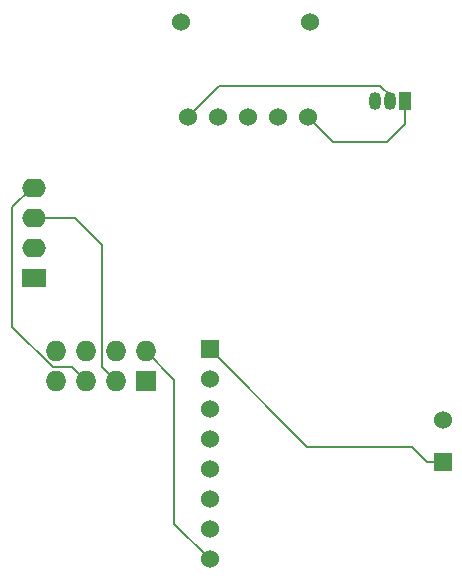
<source format=gbr>
%TF.GenerationSoftware,KiCad,Pcbnew,8.0.8-unknown-202501290020~8b811aa383~ubuntu24.04.1*%
%TF.CreationDate,2025-03-07T17:37:34-05:00*%
%TF.ProjectId,Acceleration Logger,41636365-6c65-4726-9174-696f6e204c6f,rev?*%
%TF.SameCoordinates,Original*%
%TF.FileFunction,Copper,L2,Bot*%
%TF.FilePolarity,Positive*%
%FSLAX46Y46*%
G04 Gerber Fmt 4.6, Leading zero omitted, Abs format (unit mm)*
G04 Created by KiCad (PCBNEW 8.0.8-unknown-202501290020~8b811aa383~ubuntu24.04.1) date 2025-03-07 17:37:34*
%MOMM*%
%LPD*%
G01*
G04 APERTURE LIST*
%TA.AperFunction,ComponentPad*%
%ADD10C,1.524000*%
%TD*%
%TA.AperFunction,ComponentPad*%
%ADD11R,2.000000X1.600000*%
%TD*%
%TA.AperFunction,ComponentPad*%
%ADD12O,2.000000X1.600000*%
%TD*%
%TA.AperFunction,ComponentPad*%
%ADD13R,1.524000X1.524000*%
%TD*%
%TA.AperFunction,ComponentPad*%
%ADD14R,1.727200X1.727200*%
%TD*%
%TA.AperFunction,ComponentPad*%
%ADD15O,1.727200X1.727200*%
%TD*%
%TA.AperFunction,ComponentPad*%
%ADD16R,1.050000X1.500000*%
%TD*%
%TA.AperFunction,ComponentPad*%
%ADD17O,1.050000X1.500000*%
%TD*%
%TA.AperFunction,Conductor*%
%ADD18C,0.200000*%
%TD*%
G04 APERTURE END LIST*
D10*
%TO.P,J2,1,VBus*%
%TO.N,/+5V*%
X136430000Y-82970000D03*
%TO.P,J2,2,D-*%
%TO.N,unconnected-(J2-D--Pad2)*%
X138970000Y-82970000D03*
%TO.P,J2,3,D+*%
%TO.N,unconnected-(J2-D+-Pad3)*%
X141510000Y-82970000D03*
%TO.P,J2,4,ID*%
%TO.N,unconnected-(J2-ID-Pad4)*%
X144050000Y-82970000D03*
%TO.P,J2,5,Gnd*%
%TO.N,Earth*%
X146590000Y-82970000D03*
%TO.P,J2,6*%
%TO.N,N/C*%
X146830000Y-74970000D03*
%TO.P,J2,7*%
X135830000Y-74970000D03*
%TD*%
D11*
%TO.P,DISP1,1,Gnd*%
%TO.N,Earth*%
X123397500Y-96620000D03*
D12*
%TO.P,DISP1,2,Vcc*%
%TO.N,+3V3*%
X123397500Y-94080000D03*
%TO.P,DISP1,3,SCL*%
%TO.N,Net-(DISP1-SCL)*%
X123397500Y-91540000D03*
%TO.P,DISP1,4,SDA*%
%TO.N,Net-(DISP1-SDA)*%
X123397500Y-89000000D03*
%TD*%
D13*
%TO.P,U2,1,Vcc*%
%TO.N,+3V3*%
X138290000Y-102645000D03*
D10*
%TO.P,U2,2,Gnd*%
%TO.N,Earth*%
X138290000Y-105185000D03*
%TO.P,U2,3,SCL*%
%TO.N,Net-(DISP1-SCL)*%
X138290000Y-107725000D03*
%TO.P,U2,4,SDA*%
%TO.N,Net-(DISP1-SDA)*%
X138290000Y-110265000D03*
%TO.P,U2,5,XDA*%
%TO.N,unconnected-(U2-XDA-Pad5)*%
X138290000Y-112805000D03*
%TO.P,U2,6,XCL*%
%TO.N,unconnected-(U2-XCL-Pad6)*%
X138290000Y-115345000D03*
%TO.P,U2,7,AD0*%
%TO.N,unconnected-(U2-AD0-Pad7)*%
X138290000Y-117885000D03*
%TO.P,U2,8,INT*%
%TO.N,Net-(U1-U0TXD{slash}GPIO1)*%
X138290000Y-120425000D03*
%TD*%
D14*
%TO.P,U1,1,GND*%
%TO.N,Earth*%
X132890000Y-105340000D03*
D15*
%TO.P,U1,2,U0TXD/GPIO1*%
%TO.N,Net-(U1-U0TXD{slash}GPIO1)*%
X132890000Y-102800000D03*
%TO.P,U1,3,U1TXD/GPIO2*%
%TO.N,Net-(DISP1-SCL)*%
X130350000Y-105340000D03*
%TO.P,U1,4,CH_EN/CH_PD*%
%TO.N,unconnected-(U1-CH_EN{slash}CH_PD-Pad4)*%
X130350000Y-102800000D03*
%TO.P,U1,5,GPIO0*%
%TO.N,Net-(DISP1-SDA)*%
X127810000Y-105340000D03*
%TO.P,U1,6,RST*%
%TO.N,unconnected-(U1-RST-Pad6)*%
X127810000Y-102800000D03*
%TO.P,U1,7,GPIO3/U0RXD*%
%TO.N,Net-(D1-A)*%
X125270000Y-105340000D03*
%TO.P,U1,8,VCC*%
%TO.N,+3V3*%
X125270000Y-102800000D03*
%TD*%
D16*
%TO.P,U3,1,GND*%
%TO.N,Earth*%
X154810000Y-81620000D03*
D17*
%TO.P,U3,2,VI*%
%TO.N,/+5V*%
X153540000Y-81620000D03*
%TO.P,U3,3,VO*%
%TO.N,+3V3*%
X152270000Y-81620000D03*
%TD*%
D13*
%TO.P,J1,1,Pin_1*%
%TO.N,+3V3*%
X158020000Y-112180000D03*
D10*
%TO.P,J1,2,Pin_2*%
%TO.N,Net-(J1-Pin_2)*%
X158020000Y-108680000D03*
%TD*%
D18*
%TO.N,Earth*%
X146590000Y-82970000D02*
X148710000Y-85090000D01*
X148710000Y-85090000D02*
X153310000Y-85090000D01*
X153310000Y-85090000D02*
X154810000Y-83590000D01*
X154810000Y-83590000D02*
X154810000Y-81620000D01*
%TO.N,/+5V*%
X136430000Y-82970000D02*
X139070356Y-80329644D01*
X139070356Y-80329644D02*
X152749644Y-80329644D01*
X152749644Y-80329644D02*
X153540000Y-81120000D01*
X153540000Y-81120000D02*
X153540000Y-81620000D01*
%TO.N,Net-(DISP1-SCL)*%
X129186400Y-93836400D02*
X126890000Y-91540000D01*
X126890000Y-91540000D02*
X123397500Y-91540000D01*
X130350000Y-105340000D02*
X129186400Y-104176400D01*
X129186400Y-104176400D02*
X129186400Y-93836400D01*
%TO.N,Net-(DISP1-SDA)*%
X121580000Y-90630000D02*
X121590000Y-90630000D01*
X121580000Y-100755579D02*
X121580000Y-90630000D01*
X127810000Y-105340000D02*
X126646400Y-104176400D01*
X123220000Y-89000000D02*
X123397500Y-89000000D01*
X121590000Y-90630000D02*
X123220000Y-89000000D01*
X126646400Y-104176400D02*
X125000821Y-104176400D01*
X125000821Y-104176400D02*
X121580000Y-100755579D01*
%TO.N,+3V3*%
X138290000Y-102645000D02*
X146555000Y-110910000D01*
X146555000Y-110910000D02*
X155460000Y-110910000D01*
X155460000Y-110910000D02*
X156730000Y-112180000D01*
X156730000Y-112180000D02*
X158020000Y-112180000D01*
%TO.N,Net-(U1-U0TXD{slash}GPIO1)*%
X132890000Y-102800000D02*
X135310000Y-105220000D01*
X135310000Y-105220000D02*
X135310000Y-117445000D01*
X135310000Y-117445000D02*
X138290000Y-120425000D01*
%TD*%
M02*

</source>
